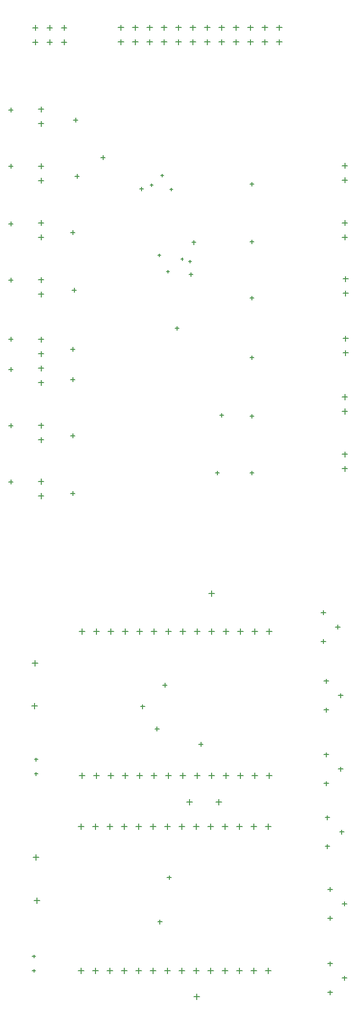
<source format=gbr>
G04 Layer_Color=128*
%FSLAX26Y26*%
%MOIN*%
%TF.FileFunction,Drillmap*%
%TF.Part,Single*%
G01*
G75*
%TA.AperFunction,NonConductor*%
%ADD70C,0.005000*%
D70*
X198315Y2391000D02*
X237685D01*
X218000Y2371315D02*
Y2410685D01*
X195315Y2096000D02*
X234685D01*
X215000Y2076315D02*
Y2115685D01*
X1320315Y80000D02*
X1359685D01*
X1340000Y60315D02*
Y99685D01*
X1895803Y6701402D02*
X1933205D01*
X1914504Y6682701D02*
Y6720102D01*
X1895803Y6801402D02*
X1933205D01*
X1914504Y6782701D02*
Y6820102D01*
X795803Y6701402D02*
X833205D01*
X814504Y6682701D02*
Y6720102D01*
X895803Y6701402D02*
X933205D01*
X914504Y6682701D02*
Y6720102D01*
X995803Y6701402D02*
X1033205D01*
X1014504Y6682701D02*
Y6720102D01*
X1095803Y6701402D02*
X1133205D01*
X1114504Y6682701D02*
Y6720102D01*
X1195803Y6701402D02*
X1233205D01*
X1214504Y6682701D02*
Y6720102D01*
X1295803Y6701402D02*
X1333205D01*
X1314504Y6682701D02*
Y6720102D01*
X1395803Y6701402D02*
X1433205D01*
X1414504Y6682701D02*
Y6720102D01*
X1495803Y6701402D02*
X1533205D01*
X1514504Y6682701D02*
Y6720102D01*
X1595803Y6701402D02*
X1633205D01*
X1614504Y6682701D02*
Y6720102D01*
X1695803Y6701402D02*
X1733205D01*
X1714504Y6682701D02*
Y6720102D01*
X795803Y6801402D02*
X833205D01*
X814504Y6782701D02*
Y6820102D01*
X895803Y6801402D02*
X933205D01*
X914504Y6782701D02*
Y6820102D01*
X995803Y6801402D02*
X1033205D01*
X1014504Y6782701D02*
Y6820102D01*
X1095803Y6801402D02*
X1133205D01*
X1114504Y6782701D02*
Y6820102D01*
X1195803Y6801402D02*
X1233205D01*
X1214504Y6782701D02*
Y6820102D01*
X1295803Y6801402D02*
X1333205D01*
X1314504Y6782701D02*
Y6820102D01*
X1395803Y6801402D02*
X1433205D01*
X1414504Y6782701D02*
Y6820102D01*
X1495803Y6801402D02*
X1533205D01*
X1514504Y6782701D02*
Y6820102D01*
X1595803Y6801402D02*
X1633205D01*
X1614504Y6782701D02*
Y6820102D01*
X1695803Y6801402D02*
X1733205D01*
X1714504Y6782701D02*
Y6820102D01*
X1795803Y6801402D02*
X1833205D01*
X1814504Y6782701D02*
Y6820102D01*
X1795803Y6701402D02*
X1833205D01*
X1814504Y6682701D02*
Y6720102D01*
X1425315Y2875000D02*
X1464685D01*
X1445000Y2855315D02*
Y2894685D01*
X1270315Y1430000D02*
X1309685D01*
X1290000Y1410315D02*
Y1449685D01*
X210315Y745000D02*
X249685D01*
X230000Y725315D02*
Y764685D01*
X205315Y1045000D02*
X244685D01*
X225000Y1025315D02*
Y1064685D01*
X1475315Y1430000D02*
X1514685D01*
X1495000Y1410315D02*
Y1449685D01*
X2351317Y3740444D02*
X2388719D01*
X2370018Y3721743D02*
Y3759144D01*
X2351317Y3840444D02*
X2388719D01*
X2370018Y3821743D02*
Y3859144D01*
X202695Y6700168D02*
X238128D01*
X220412Y6682451D02*
Y6717884D01*
X302695Y6700168D02*
X338128D01*
X320412Y6682451D02*
Y6717884D01*
X402695Y6700168D02*
X438128D01*
X420412Y6682451D02*
Y6717884D01*
X402695Y6800168D02*
X438128D01*
X420412Y6782451D02*
Y6817884D01*
X302695Y6800168D02*
X338128D01*
X320412Y6782451D02*
Y6817884D01*
X202695Y6800168D02*
X238128D01*
X220412Y6782451D02*
Y6817884D01*
X241081Y4337568D02*
X278483D01*
X259782Y4318867D02*
Y4356268D01*
X241081Y4437568D02*
X278483D01*
X259782Y4418867D02*
Y4456268D01*
X241081Y4537568D02*
X278483D01*
X259782Y4518867D02*
Y4556268D01*
X241081Y4637568D02*
X278483D01*
X259782Y4618867D02*
Y4656268D01*
X2357223Y4543868D02*
X2394625D01*
X2375924Y4525167D02*
Y4562568D01*
X2357223Y4643868D02*
X2394625D01*
X2375924Y4625167D02*
Y4662568D01*
X2357223Y4957254D02*
X2394625D01*
X2375924Y4938553D02*
Y4975954D01*
X2357223Y5057254D02*
X2394625D01*
X2375924Y5038553D02*
Y5075954D01*
X2351317Y4138358D02*
X2388719D01*
X2370018Y4119657D02*
Y4157058D01*
X2351317Y4238358D02*
X2388719D01*
X2370018Y4219657D02*
Y4257058D01*
X2351317Y5743250D02*
X2388719D01*
X2370018Y5724549D02*
Y5761950D01*
X2351317Y5843250D02*
X2388719D01*
X2370018Y5824549D02*
Y5861950D01*
X241081Y3551742D02*
X278483D01*
X259782Y3533041D02*
Y3570442D01*
X241081Y3651742D02*
X278483D01*
X259782Y3633041D02*
Y3670442D01*
X2351317Y5345706D02*
X2388719D01*
X2370018Y5327005D02*
Y5364406D01*
X2351317Y5445706D02*
X2388719D01*
X2370018Y5427005D02*
Y5464406D01*
X241081Y3941506D02*
X278483D01*
X259782Y3922805D02*
Y3960206D01*
X241081Y4041506D02*
X278483D01*
X259782Y4022805D02*
Y4060206D01*
X241081Y5740062D02*
X278483D01*
X259782Y5721361D02*
Y5758762D01*
X241081Y5840062D02*
X278483D01*
X259782Y5821361D02*
Y5858762D01*
X241081Y5345706D02*
X278483D01*
X259782Y5327005D02*
Y5364406D01*
X241081Y5445706D02*
X278483D01*
X259782Y5427005D02*
Y5464406D01*
X241081Y4951348D02*
X278483D01*
X259782Y4932647D02*
Y4970048D01*
X241081Y5051348D02*
X278483D01*
X259782Y5032647D02*
Y5070048D01*
X2205756Y2743402D02*
X2237252D01*
X2221504Y2727654D02*
Y2759150D01*
X2205756Y2543402D02*
X2237252D01*
X2221504Y2527654D02*
Y2559150D01*
X2305756Y2643402D02*
X2337252D01*
X2321504Y2627654D02*
Y2659150D01*
X2232756Y1321250D02*
X2264252D01*
X2248504Y1305502D02*
Y1336998D01*
X2232756Y1121250D02*
X2264252D01*
X2248504Y1105502D02*
Y1136998D01*
X2332756Y1221250D02*
X2364252D01*
X2348504Y1205502D02*
Y1236998D01*
X2224756Y2267402D02*
X2256252D01*
X2240504Y2251654D02*
Y2283150D01*
X2224756Y2067402D02*
X2256252D01*
X2240504Y2051654D02*
Y2083150D01*
X2324756Y2167402D02*
X2356252D01*
X2340504Y2151654D02*
Y2183150D01*
X2251756Y823390D02*
X2283252D01*
X2267504Y807642D02*
Y839138D01*
X2251756Y623390D02*
X2283252D01*
X2267504Y607642D02*
Y639138D01*
X2351756Y723390D02*
X2383252D01*
X2367504Y707642D02*
Y739138D01*
X198677Y359402D02*
X220331D01*
X209504Y348575D02*
Y370228D01*
X198677Y259402D02*
X220331D01*
X209504Y248575D02*
Y270228D01*
X214677Y1724402D02*
X236331D01*
X225504Y1713575D02*
Y1735228D01*
X214677Y1624402D02*
X236331D01*
X225504Y1613575D02*
Y1635228D01*
X2224756Y1757402D02*
X2256252D01*
X2240504Y1741654D02*
Y1773150D01*
X2224756Y1557402D02*
X2256252D01*
X2240504Y1541654D02*
Y1573150D01*
X2324756Y1657402D02*
X2356252D01*
X2340504Y1641654D02*
Y1673150D01*
X2251756Y307402D02*
X2283252D01*
X2267504Y291654D02*
Y323150D01*
X2251756Y107402D02*
X2283252D01*
X2267504Y91654D02*
Y123150D01*
X2351756Y207402D02*
X2383252D01*
X2367504Y191654D02*
Y223150D01*
X241081Y6134418D02*
X278483D01*
X259782Y6115717D02*
Y6153118D01*
X241081Y6234418D02*
X278483D01*
X259782Y6215717D02*
Y6253118D01*
X1818324Y1260208D02*
X1858324D01*
X1838324Y1240208D02*
Y1280208D01*
X1718324Y1260208D02*
X1758324D01*
X1738324Y1240208D02*
Y1280208D01*
X1618324Y1260208D02*
X1658324D01*
X1638324Y1240208D02*
Y1280208D01*
X1518324Y1260208D02*
X1558324D01*
X1538324Y1240208D02*
Y1280208D01*
X1418324Y1260208D02*
X1458324D01*
X1438324Y1240208D02*
Y1280208D01*
X1318324Y1260208D02*
X1358324D01*
X1338324Y1240208D02*
Y1280208D01*
X1218324Y1260208D02*
X1258324D01*
X1238324Y1240208D02*
Y1280208D01*
X1118324Y1260208D02*
X1158324D01*
X1138324Y1240208D02*
Y1280208D01*
X1018324Y1260208D02*
X1058324D01*
X1038324Y1240208D02*
Y1280208D01*
X918324Y1260208D02*
X958324D01*
X938324Y1240208D02*
Y1280208D01*
X818324Y1260208D02*
X858324D01*
X838324Y1240208D02*
Y1280208D01*
X718324Y1260208D02*
X758324D01*
X738324Y1240208D02*
Y1280208D01*
X618324Y1260208D02*
X658324D01*
X638324Y1240208D02*
Y1280208D01*
X518324Y1260208D02*
X558324D01*
X538324Y1240208D02*
Y1280208D01*
X1818324Y260208D02*
X1858324D01*
X1838324Y240208D02*
Y280208D01*
X1718324Y260208D02*
X1758324D01*
X1738324Y240208D02*
Y280208D01*
X1618324Y260208D02*
X1658324D01*
X1638324Y240208D02*
Y280208D01*
X1518324Y260208D02*
X1558324D01*
X1538324Y240208D02*
Y280208D01*
X1418324Y260208D02*
X1458324D01*
X1438324Y240208D02*
Y280208D01*
X1318324Y260208D02*
X1358324D01*
X1338324Y240208D02*
Y280208D01*
X1218324Y260208D02*
X1258324D01*
X1238324Y240208D02*
Y280208D01*
X1118324Y260208D02*
X1158324D01*
X1138324Y240208D02*
Y280208D01*
X1018324Y260208D02*
X1058324D01*
X1038324Y240208D02*
Y280208D01*
X918324Y260208D02*
X958324D01*
X938324Y240208D02*
Y280208D01*
X818324Y260208D02*
X858324D01*
X838324Y240208D02*
Y280208D01*
X718324Y260208D02*
X758324D01*
X738324Y240208D02*
Y280208D01*
X618324Y260208D02*
X658324D01*
X638324Y240208D02*
Y280208D01*
X518324Y260208D02*
X558324D01*
X538324Y240208D02*
Y280208D01*
X523246Y1613554D02*
X563246D01*
X543246Y1593554D02*
Y1633554D01*
X623246Y1613554D02*
X663246D01*
X643246Y1593554D02*
Y1633554D01*
X723246Y1613554D02*
X763246D01*
X743246Y1593554D02*
Y1633554D01*
X823246Y1613554D02*
X863246D01*
X843246Y1593554D02*
Y1633554D01*
X923246Y1613554D02*
X963246D01*
X943246Y1593554D02*
Y1633554D01*
X1023246Y1613554D02*
X1063246D01*
X1043246Y1593554D02*
Y1633554D01*
X1123246Y1613554D02*
X1163246D01*
X1143246Y1593554D02*
Y1633554D01*
X1223246Y1613554D02*
X1263246D01*
X1243246Y1593554D02*
Y1633554D01*
X1323246Y1613554D02*
X1363246D01*
X1343246Y1593554D02*
Y1633554D01*
X1423246Y1613554D02*
X1463246D01*
X1443246Y1593554D02*
Y1633554D01*
X1523246Y1613554D02*
X1563246D01*
X1543246Y1593554D02*
Y1633554D01*
X1623246Y1613554D02*
X1663246D01*
X1643246Y1593554D02*
Y1633554D01*
X1723246Y1613554D02*
X1763246D01*
X1743246Y1593554D02*
Y1633554D01*
X1823246Y1613554D02*
X1863246D01*
X1843246Y1593554D02*
Y1633554D01*
X523246Y2613554D02*
X563246D01*
X543246Y2593554D02*
Y2633554D01*
X623246Y2613554D02*
X663246D01*
X643246Y2593554D02*
Y2633554D01*
X723246Y2613554D02*
X763246D01*
X743246Y2593554D02*
Y2633554D01*
X823246Y2613554D02*
X863246D01*
X843246Y2593554D02*
Y2633554D01*
X923246Y2613554D02*
X963246D01*
X943246Y2593554D02*
Y2633554D01*
X1023246Y2613554D02*
X1063246D01*
X1043246Y2593554D02*
Y2633554D01*
X1123246Y2613554D02*
X1163246D01*
X1143246Y2593554D02*
Y2633554D01*
X1223246Y2613554D02*
X1263246D01*
X1243246Y2593554D02*
Y2633554D01*
X1323246Y2613554D02*
X1363246D01*
X1343246Y2593554D02*
Y2633554D01*
X1423246Y2613554D02*
X1463246D01*
X1443246Y2593554D02*
Y2633554D01*
X1523246Y2613554D02*
X1563246D01*
X1543246Y2593554D02*
Y2633554D01*
X1623246Y2613554D02*
X1663246D01*
X1643246Y2593554D02*
Y2633554D01*
X1723246Y2613554D02*
X1763246D01*
X1743246Y2593554D02*
Y2633554D01*
X1823246Y2613554D02*
X1863246D01*
X1843246Y2593554D02*
Y2633554D01*
X1356000Y1830000D02*
X1384000D01*
X1370000Y1816000D02*
Y1844000D01*
X36000Y4430000D02*
X64000D01*
X50000Y4416000D02*
Y4444000D01*
X1131277Y5107726D02*
X1150962D01*
X1141120Y5097883D02*
Y5117568D01*
X1710348Y4105680D02*
X1738348D01*
X1724348Y4091680D02*
Y4119680D01*
X1710348Y4511190D02*
X1738348D01*
X1724348Y4497190D02*
Y4525190D01*
X1710348Y4924576D02*
X1738348D01*
X1724348Y4910576D02*
Y4938576D01*
X1070175Y5223250D02*
X1089860D01*
X1080018Y5213407D02*
Y5233092D01*
X1710504Y3711402D02*
X1738504D01*
X1724504Y3697402D02*
Y3725402D01*
X1470504Y3711402D02*
X1498504D01*
X1484504Y3697402D02*
Y3725402D01*
X1500504Y4111402D02*
X1528504D01*
X1514504Y4097402D02*
Y4125402D01*
X1051504Y1936402D02*
X1079504D01*
X1065504Y1922402D02*
Y1950402D01*
X1071504Y597402D02*
X1099504D01*
X1085504Y583402D02*
Y611402D01*
X1284661Y5177402D02*
X1304346D01*
X1294504Y5167559D02*
Y5187244D01*
X1229661Y5196402D02*
X1249346D01*
X1239504Y5186559D02*
Y5206244D01*
X1153661Y5678402D02*
X1173346D01*
X1163504Y5668559D02*
Y5688244D01*
X1016661Y5707402D02*
X1036346D01*
X1026504Y5697559D02*
Y5717244D01*
X1090661Y5774402D02*
X1110346D01*
X1100504Y5764559D02*
Y5784244D01*
X36000Y4040000D02*
X64000D01*
X50000Y4026000D02*
Y4054000D01*
X36000Y5840000D02*
X64000D01*
X50000Y5826000D02*
Y5854000D01*
X1307238Y5310668D02*
X1335238D01*
X1321238Y5296668D02*
Y5324668D01*
X36000Y4640000D02*
X64000D01*
X50000Y4626000D02*
Y4654000D01*
X676000Y5900002D02*
X704000D01*
X690000Y5886002D02*
Y5914002D01*
X486000Y6160000D02*
X514000D01*
X500000Y6146000D02*
Y6174000D01*
X36000Y5440000D02*
X64000D01*
X50000Y5426000D02*
Y5454000D01*
X466000Y5380000D02*
X494000D01*
X480000Y5366000D02*
Y5394000D01*
X496000Y5770000D02*
X524000D01*
X510000Y5756000D02*
Y5784000D01*
X36000Y5050000D02*
X64000D01*
X50000Y5036000D02*
Y5064000D01*
X476000Y4980000D02*
X504000D01*
X490000Y4966000D02*
Y4994000D01*
X466000Y4360000D02*
X494000D01*
X480000Y4346000D02*
Y4374000D01*
X466000Y4570000D02*
X494000D01*
X480000Y4556000D02*
Y4584000D01*
X466000Y3970000D02*
X494000D01*
X480000Y3956000D02*
Y3984000D01*
X466000Y3570000D02*
X494000D01*
X480000Y3556000D02*
Y3584000D01*
X1106000Y2240000D02*
X1134000D01*
X1120000Y2226000D02*
Y2254000D01*
X943504Y5681402D02*
X971504D01*
X957504Y5667402D02*
Y5695402D01*
X1286504Y5089402D02*
X1314504D01*
X1300504Y5075402D02*
Y5103402D01*
X36000Y3650000D02*
X64000D01*
X50000Y3636000D02*
Y3664000D01*
X36000Y6230000D02*
X64000D01*
X50000Y6216000D02*
Y6244000D01*
X1710348Y5314340D02*
X1738348D01*
X1724348Y5300340D02*
Y5328340D01*
X1710348Y5715916D02*
X1738348D01*
X1724348Y5701916D02*
Y5729916D01*
X952000Y2091000D02*
X980000D01*
X966000Y2077000D02*
Y2105000D01*
X1136000Y905000D02*
X1164000D01*
X1150000Y891000D02*
Y919000D01*
X1191000Y4715000D02*
X1219000D01*
X1205000Y4701000D02*
Y4729000D01*
%TF.MD5,d60bace8a0204eff7b4e8f3cdfa8a1f2*%
M02*

</source>
